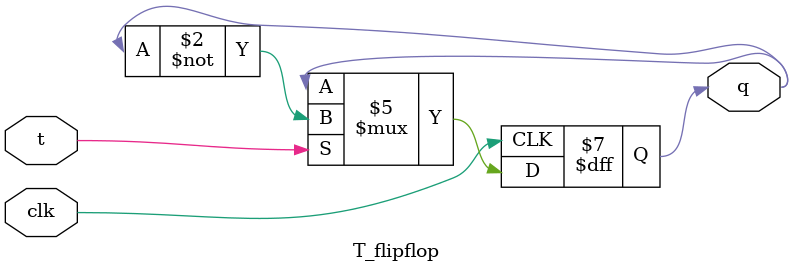
<source format=v>
`timescale 1ns / 1ps


module T_flipflop(input t, input clk, output reg q);

initial q=0;

always@(posedge clk) begin
if(t) begin
q = ~q; end
end
endmodule

</source>
